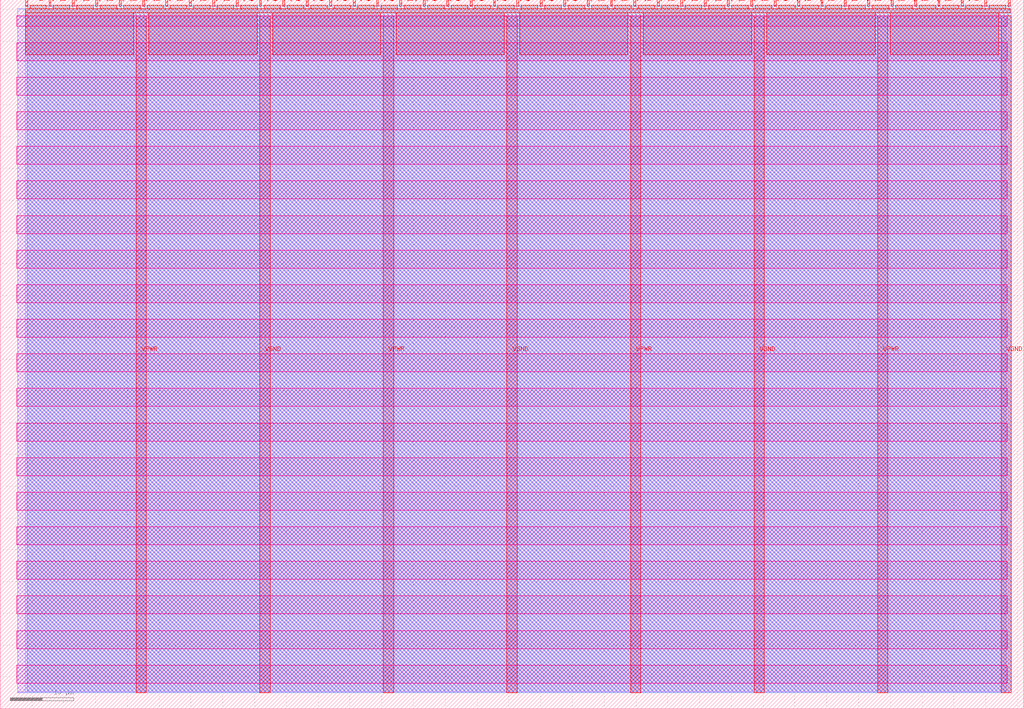
<source format=lef>
VERSION 5.7 ;
  NOWIREEXTENSIONATPIN ON ;
  DIVIDERCHAR "/" ;
  BUSBITCHARS "[]" ;
MACRO tt_um_PUF
  CLASS BLOCK ;
  FOREIGN tt_um_PUF ;
  ORIGIN 0.000 0.000 ;
  SIZE 161.000 BY 111.520 ;
  PIN VGND
    DIRECTION INOUT ;
    USE GROUND ;
    PORT
      LAYER met4 ;
        RECT 40.830 2.480 42.430 109.040 ;
    END
    PORT
      LAYER met4 ;
        RECT 79.700 2.480 81.300 109.040 ;
    END
    PORT
      LAYER met4 ;
        RECT 118.570 2.480 120.170 109.040 ;
    END
    PORT
      LAYER met4 ;
        RECT 157.440 2.480 159.040 109.040 ;
    END
  END VGND
  PIN VPWR
    DIRECTION INOUT ;
    USE POWER ;
    PORT
      LAYER met4 ;
        RECT 21.395 2.480 22.995 109.040 ;
    END
    PORT
      LAYER met4 ;
        RECT 60.265 2.480 61.865 109.040 ;
    END
    PORT
      LAYER met4 ;
        RECT 99.135 2.480 100.735 109.040 ;
    END
    PORT
      LAYER met4 ;
        RECT 138.005 2.480 139.605 109.040 ;
    END
  END VPWR
  PIN clk
    DIRECTION INPUT ;
    USE SIGNAL ;
    PORT
      LAYER met4 ;
        RECT 154.870 110.520 155.170 111.520 ;
    END
  END clk
  PIN ena
    DIRECTION INPUT ;
    USE SIGNAL ;
    ANTENNAGATEAREA 0.159000 ;
    PORT
      LAYER met4 ;
        RECT 158.550 110.520 158.850 111.520 ;
    END
  END ena
  PIN rst_n
    DIRECTION INPUT ;
    USE SIGNAL ;
    ANTENNAGATEAREA 0.213000 ;
    PORT
      LAYER met4 ;
        RECT 151.190 110.520 151.490 111.520 ;
    END
  END rst_n
  PIN ui_in[0]
    DIRECTION INPUT ;
    USE SIGNAL ;
    ANTENNAGATEAREA 0.196500 ;
    PORT
      LAYER met4 ;
        RECT 147.510 110.520 147.810 111.520 ;
    END
  END ui_in[0]
  PIN ui_in[1]
    DIRECTION INPUT ;
    USE SIGNAL ;
    ANTENNAGATEAREA 0.196500 ;
    PORT
      LAYER met4 ;
        RECT 143.830 110.520 144.130 111.520 ;
    END
  END ui_in[1]
  PIN ui_in[2]
    DIRECTION INPUT ;
    USE SIGNAL ;
    ANTENNAGATEAREA 0.196500 ;
    PORT
      LAYER met4 ;
        RECT 140.150 110.520 140.450 111.520 ;
    END
  END ui_in[2]
  PIN ui_in[3]
    DIRECTION INPUT ;
    USE SIGNAL ;
    ANTENNAGATEAREA 0.196500 ;
    PORT
      LAYER met4 ;
        RECT 136.470 110.520 136.770 111.520 ;
    END
  END ui_in[3]
  PIN ui_in[4]
    DIRECTION INPUT ;
    USE SIGNAL ;
    ANTENNAGATEAREA 0.159000 ;
    PORT
      LAYER met4 ;
        RECT 132.790 110.520 133.090 111.520 ;
    END
  END ui_in[4]
  PIN ui_in[5]
    DIRECTION INPUT ;
    USE SIGNAL ;
    PORT
      LAYER met4 ;
        RECT 129.110 110.520 129.410 111.520 ;
    END
  END ui_in[5]
  PIN ui_in[6]
    DIRECTION INPUT ;
    USE SIGNAL ;
    PORT
      LAYER met4 ;
        RECT 125.430 110.520 125.730 111.520 ;
    END
  END ui_in[6]
  PIN ui_in[7]
    DIRECTION INPUT ;
    USE SIGNAL ;
    PORT
      LAYER met4 ;
        RECT 121.750 110.520 122.050 111.520 ;
    END
  END ui_in[7]
  PIN uio_in[0]
    DIRECTION INPUT ;
    USE SIGNAL ;
    PORT
      LAYER met4 ;
        RECT 118.070 110.520 118.370 111.520 ;
    END
  END uio_in[0]
  PIN uio_in[1]
    DIRECTION INPUT ;
    USE SIGNAL ;
    PORT
      LAYER met4 ;
        RECT 114.390 110.520 114.690 111.520 ;
    END
  END uio_in[1]
  PIN uio_in[2]
    DIRECTION INPUT ;
    USE SIGNAL ;
    PORT
      LAYER met4 ;
        RECT 110.710 110.520 111.010 111.520 ;
    END
  END uio_in[2]
  PIN uio_in[3]
    DIRECTION INPUT ;
    USE SIGNAL ;
    PORT
      LAYER met4 ;
        RECT 107.030 110.520 107.330 111.520 ;
    END
  END uio_in[3]
  PIN uio_in[4]
    DIRECTION INPUT ;
    USE SIGNAL ;
    PORT
      LAYER met4 ;
        RECT 103.350 110.520 103.650 111.520 ;
    END
  END uio_in[4]
  PIN uio_in[5]
    DIRECTION INPUT ;
    USE SIGNAL ;
    PORT
      LAYER met4 ;
        RECT 99.670 110.520 99.970 111.520 ;
    END
  END uio_in[5]
  PIN uio_in[6]
    DIRECTION INPUT ;
    USE SIGNAL ;
    PORT
      LAYER met4 ;
        RECT 95.990 110.520 96.290 111.520 ;
    END
  END uio_in[6]
  PIN uio_in[7]
    DIRECTION INPUT ;
    USE SIGNAL ;
    PORT
      LAYER met4 ;
        RECT 92.310 110.520 92.610 111.520 ;
    END
  END uio_in[7]
  PIN uio_oe[0]
    DIRECTION OUTPUT TRISTATE ;
    USE SIGNAL ;
    PORT
      LAYER met4 ;
        RECT 29.750 110.520 30.050 111.520 ;
    END
  END uio_oe[0]
  PIN uio_oe[1]
    DIRECTION OUTPUT TRISTATE ;
    USE SIGNAL ;
    PORT
      LAYER met4 ;
        RECT 26.070 110.520 26.370 111.520 ;
    END
  END uio_oe[1]
  PIN uio_oe[2]
    DIRECTION OUTPUT TRISTATE ;
    USE SIGNAL ;
    PORT
      LAYER met4 ;
        RECT 22.390 110.520 22.690 111.520 ;
    END
  END uio_oe[2]
  PIN uio_oe[3]
    DIRECTION OUTPUT TRISTATE ;
    USE SIGNAL ;
    PORT
      LAYER met4 ;
        RECT 18.710 110.520 19.010 111.520 ;
    END
  END uio_oe[3]
  PIN uio_oe[4]
    DIRECTION OUTPUT TRISTATE ;
    USE SIGNAL ;
    PORT
      LAYER met4 ;
        RECT 15.030 110.520 15.330 111.520 ;
    END
  END uio_oe[4]
  PIN uio_oe[5]
    DIRECTION OUTPUT TRISTATE ;
    USE SIGNAL ;
    PORT
      LAYER met4 ;
        RECT 11.350 110.520 11.650 111.520 ;
    END
  END uio_oe[5]
  PIN uio_oe[6]
    DIRECTION OUTPUT TRISTATE ;
    USE SIGNAL ;
    PORT
      LAYER met4 ;
        RECT 7.670 110.520 7.970 111.520 ;
    END
  END uio_oe[6]
  PIN uio_oe[7]
    DIRECTION OUTPUT TRISTATE ;
    USE SIGNAL ;
    PORT
      LAYER met4 ;
        RECT 3.990 110.520 4.290 111.520 ;
    END
  END uio_oe[7]
  PIN uio_out[0]
    DIRECTION OUTPUT TRISTATE ;
    USE SIGNAL ;
    PORT
      LAYER met4 ;
        RECT 59.190 110.520 59.490 111.520 ;
    END
  END uio_out[0]
  PIN uio_out[1]
    DIRECTION OUTPUT TRISTATE ;
    USE SIGNAL ;
    PORT
      LAYER met4 ;
        RECT 55.510 110.520 55.810 111.520 ;
    END
  END uio_out[1]
  PIN uio_out[2]
    DIRECTION OUTPUT TRISTATE ;
    USE SIGNAL ;
    PORT
      LAYER met4 ;
        RECT 51.830 110.520 52.130 111.520 ;
    END
  END uio_out[2]
  PIN uio_out[3]
    DIRECTION OUTPUT TRISTATE ;
    USE SIGNAL ;
    PORT
      LAYER met4 ;
        RECT 48.150 110.520 48.450 111.520 ;
    END
  END uio_out[3]
  PIN uio_out[4]
    DIRECTION OUTPUT TRISTATE ;
    USE SIGNAL ;
    PORT
      LAYER met4 ;
        RECT 44.470 110.520 44.770 111.520 ;
    END
  END uio_out[4]
  PIN uio_out[5]
    DIRECTION OUTPUT TRISTATE ;
    USE SIGNAL ;
    PORT
      LAYER met4 ;
        RECT 40.790 110.520 41.090 111.520 ;
    END
  END uio_out[5]
  PIN uio_out[6]
    DIRECTION OUTPUT TRISTATE ;
    USE SIGNAL ;
    PORT
      LAYER met4 ;
        RECT 37.110 110.520 37.410 111.520 ;
    END
  END uio_out[6]
  PIN uio_out[7]
    DIRECTION OUTPUT TRISTATE ;
    USE SIGNAL ;
    PORT
      LAYER met4 ;
        RECT 33.430 110.520 33.730 111.520 ;
    END
  END uio_out[7]
  PIN uo_out[0]
    DIRECTION OUTPUT TRISTATE ;
    USE SIGNAL ;
    ANTENNADIFFAREA 0.445500 ;
    PORT
      LAYER met4 ;
        RECT 88.630 110.520 88.930 111.520 ;
    END
  END uo_out[0]
  PIN uo_out[1]
    DIRECTION OUTPUT TRISTATE ;
    USE SIGNAL ;
    ANTENNADIFFAREA 0.445500 ;
    PORT
      LAYER met4 ;
        RECT 84.950 110.520 85.250 111.520 ;
    END
  END uo_out[1]
  PIN uo_out[2]
    DIRECTION OUTPUT TRISTATE ;
    USE SIGNAL ;
    ANTENNADIFFAREA 0.445500 ;
    PORT
      LAYER met4 ;
        RECT 81.270 110.520 81.570 111.520 ;
    END
  END uo_out[2]
  PIN uo_out[3]
    DIRECTION OUTPUT TRISTATE ;
    USE SIGNAL ;
    ANTENNADIFFAREA 0.445500 ;
    PORT
      LAYER met4 ;
        RECT 77.590 110.520 77.890 111.520 ;
    END
  END uo_out[3]
  PIN uo_out[4]
    DIRECTION OUTPUT TRISTATE ;
    USE SIGNAL ;
    ANTENNADIFFAREA 0.445500 ;
    PORT
      LAYER met4 ;
        RECT 73.910 110.520 74.210 111.520 ;
    END
  END uo_out[4]
  PIN uo_out[5]
    DIRECTION OUTPUT TRISTATE ;
    USE SIGNAL ;
    ANTENNADIFFAREA 0.445500 ;
    PORT
      LAYER met4 ;
        RECT 70.230 110.520 70.530 111.520 ;
    END
  END uo_out[5]
  PIN uo_out[6]
    DIRECTION OUTPUT TRISTATE ;
    USE SIGNAL ;
    ANTENNADIFFAREA 0.795200 ;
    PORT
      LAYER met4 ;
        RECT 66.550 110.520 66.850 111.520 ;
    END
  END uo_out[6]
  PIN uo_out[7]
    DIRECTION OUTPUT TRISTATE ;
    USE SIGNAL ;
    ANTENNADIFFAREA 0.445500 ;
    PORT
      LAYER met4 ;
        RECT 62.870 110.520 63.170 111.520 ;
    END
  END uo_out[7]
  OBS
      LAYER nwell ;
        RECT 2.570 107.385 158.430 108.990 ;
        RECT 2.570 101.945 158.430 104.775 ;
        RECT 2.570 96.505 158.430 99.335 ;
        RECT 2.570 91.065 158.430 93.895 ;
        RECT 2.570 85.625 158.430 88.455 ;
        RECT 2.570 80.185 158.430 83.015 ;
        RECT 2.570 74.745 158.430 77.575 ;
        RECT 2.570 69.305 158.430 72.135 ;
        RECT 2.570 63.865 158.430 66.695 ;
        RECT 2.570 58.425 158.430 61.255 ;
        RECT 2.570 52.985 158.430 55.815 ;
        RECT 2.570 47.545 158.430 50.375 ;
        RECT 2.570 42.105 158.430 44.935 ;
        RECT 2.570 36.665 158.430 39.495 ;
        RECT 2.570 31.225 158.430 34.055 ;
        RECT 2.570 25.785 158.430 28.615 ;
        RECT 2.570 20.345 158.430 23.175 ;
        RECT 2.570 14.905 158.430 17.735 ;
        RECT 2.570 9.465 158.430 12.295 ;
        RECT 2.570 4.025 158.430 6.855 ;
      LAYER li1 ;
        RECT 2.760 2.635 158.240 108.885 ;
      LAYER met1 ;
        RECT 2.760 2.480 159.040 110.120 ;
      LAYER met2 ;
        RECT 4.230 2.535 159.010 110.685 ;
      LAYER met3 ;
        RECT 3.950 2.555 159.030 110.665 ;
      LAYER met4 ;
        RECT 4.690 110.120 7.270 110.665 ;
        RECT 8.370 110.120 10.950 110.665 ;
        RECT 12.050 110.120 14.630 110.665 ;
        RECT 15.730 110.120 18.310 110.665 ;
        RECT 19.410 110.120 21.990 110.665 ;
        RECT 23.090 110.120 25.670 110.665 ;
        RECT 26.770 110.120 29.350 110.665 ;
        RECT 30.450 110.120 33.030 110.665 ;
        RECT 34.130 110.120 36.710 110.665 ;
        RECT 37.810 110.120 40.390 110.665 ;
        RECT 41.490 110.120 44.070 110.665 ;
        RECT 45.170 110.120 47.750 110.665 ;
        RECT 48.850 110.120 51.430 110.665 ;
        RECT 52.530 110.120 55.110 110.665 ;
        RECT 56.210 110.120 58.790 110.665 ;
        RECT 59.890 110.120 62.470 110.665 ;
        RECT 63.570 110.120 66.150 110.665 ;
        RECT 67.250 110.120 69.830 110.665 ;
        RECT 70.930 110.120 73.510 110.665 ;
        RECT 74.610 110.120 77.190 110.665 ;
        RECT 78.290 110.120 80.870 110.665 ;
        RECT 81.970 110.120 84.550 110.665 ;
        RECT 85.650 110.120 88.230 110.665 ;
        RECT 89.330 110.120 91.910 110.665 ;
        RECT 93.010 110.120 95.590 110.665 ;
        RECT 96.690 110.120 99.270 110.665 ;
        RECT 100.370 110.120 102.950 110.665 ;
        RECT 104.050 110.120 106.630 110.665 ;
        RECT 107.730 110.120 110.310 110.665 ;
        RECT 111.410 110.120 113.990 110.665 ;
        RECT 115.090 110.120 117.670 110.665 ;
        RECT 118.770 110.120 121.350 110.665 ;
        RECT 122.450 110.120 125.030 110.665 ;
        RECT 126.130 110.120 128.710 110.665 ;
        RECT 129.810 110.120 132.390 110.665 ;
        RECT 133.490 110.120 136.070 110.665 ;
        RECT 137.170 110.120 139.750 110.665 ;
        RECT 140.850 110.120 143.430 110.665 ;
        RECT 144.530 110.120 147.110 110.665 ;
        RECT 148.210 110.120 150.790 110.665 ;
        RECT 151.890 110.120 154.470 110.665 ;
        RECT 155.570 110.120 158.150 110.665 ;
        RECT 3.975 109.440 158.865 110.120 ;
        RECT 3.975 102.855 20.995 109.440 ;
        RECT 23.395 102.855 40.430 109.440 ;
        RECT 42.830 102.855 59.865 109.440 ;
        RECT 62.265 102.855 79.300 109.440 ;
        RECT 81.700 102.855 98.735 109.440 ;
        RECT 101.135 102.855 118.170 109.440 ;
        RECT 120.570 102.855 137.605 109.440 ;
        RECT 140.005 102.855 157.040 109.440 ;
  END
END tt_um_PUF
END LIBRARY


</source>
